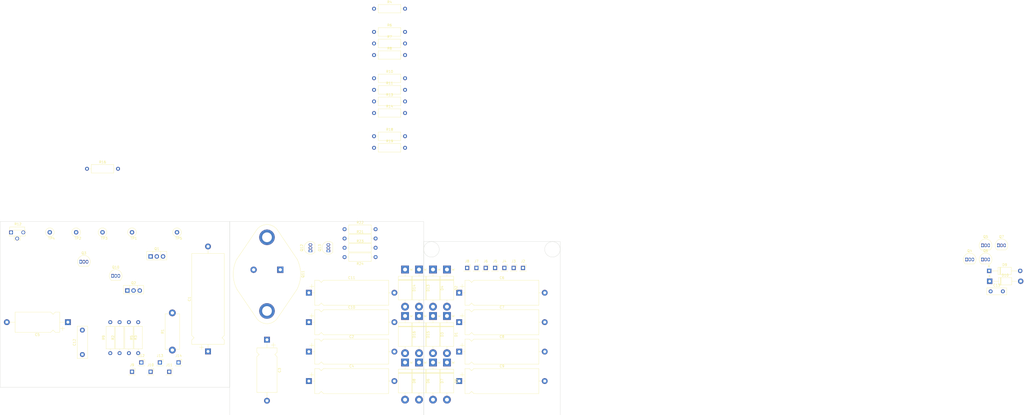
<source format=kicad_pcb>
(kicad_pcb (version 20221018) (generator pcbnew)
  (layers (0 "F.Cu" signal) (31 "B.Cu" signal) (34 "B.Paste" user) (35 "F.Paste" user) (36 "B.SilkS" user "B.Silkscreen") (37 "F.SilkS" user "F.Silkscreen") (38 "B.Mask" user) (39 "F.Mask" user) (44 "Edge.Cuts" user))
  (net 0 "")
  (net 1 "GND")
  (net 2 "Net-(D2-K)")
  (net 3 "GNDS")
  (net 4 "Net-(D6-K)")
  (net 5 "/+15V")
  (net 6 "Net-(D5-A)")
  (net 7 "/-15V")
  (net 8 "Net-(D13-K)")
  (net 9 "Net-(Q7-B)")
  (net 10 "Net-(D1-K)")
  (net 11 "Net-(D3-K)")
  (net 12 "Net-(D5-K)")
  (net 13 "Net-(D7-K)")
  (net 14 "Net-(D9-K)")
  (net 15 "Net-(D10-K)")
  (net 16 "Net-(D10-A)")
  (net 17 "Net-(D13-A)")
  (net 18 "Net-(D14-A)")
  (net 19 "/+200V")
  (net 20 "/+5V")
  (net 21 "Net-(Q1-C)")
  (net 22 "Net-(Q1-B)")
  (net 23 "Net-(Q2-B)")
  (net 24 "Net-(Q3-B)")
  (net 25 "Net-(Q3-C)")
  (net 26 "Net-(Q4-B)")
  (net 27 "Net-(Q5-B)")
  (net 28 "Net-(Q6-C)")
  (net 29 "Net-(Q11-B)")
  (net 30 "Net-(Q12-B)")
  (net 31 "Net-(Q13-B)")
  (net 32 "Net-(R11-Pad2)")
  (net 33 "Net-(R12-Pad1)")
  (net 34 "Net-(C12-Pad1)")
  (net 35 "Net-(Q10-E)")
  (net 36 "Net-(Q10-B)")
  (footprint "Connector_PinSocket_2.54mm:PinSocket_1x01_P2.54mm_Vertical" (layer "F.Cu") (at 240.03 92.075)
    (fp_text reference "J5" (at 0 -2.77) (layer "F.SilkS"))
    (fp_text value "Conn_01x01_Socket")
    (pad "1" thru_hole rect (at 0 0) (size 1.7 1.7) (drill 1) (layers "*.Cu" "*.Mask") (net 18 "Net-(D14-A)"))
  )
  (footprint "Capacitor_THT:CP_Axial_L30.0mm_D10.0mm_P35.00mm_Horizontal" (layer "F.Cu") (at 163.83 126.365)
    (fp_text reference "C2" (at 17.5 -6.12) (layer "F.SilkS"))
    (fp_text value "400uF")
    (pad "1" thru_hole rect (at 0 0) (size 2.4 2.4) (drill 1.2) (layers "*.Cu" "*.Mask") (net 4 "Net-(D6-K)"))
    (pad "2" thru_hole oval (at 35 0) (size 2.4 2.4) (drill 1.2) (layers "*.Cu" "*.Mask") (net 3 "GNDS"))
  )
  (footprint "Package_TO_SOT_THT:TO-92_Inline" (layer "F.Cu") (at 439.53 88.61)
    (fp_text reference "Q6" (at 1.27 -3.56) (layer "F.SilkS"))
    (fp_text value "2N3905")
    (pad "1" thru_hole rect (at 0 0) (size 1.05 1.5) (drill 0.75) (layers "*.Cu" "*.Mask") (net 3 "GNDS"))
    (pad "2" thru_hole oval (at 1.27 0) (size 1.05 1.5) (drill 0.75) (layers "*.Cu" "*.Mask") (net 16 "Net-(D10-A)"))
    (pad "3" thru_hole oval (at 2.54 0) (size 1.05 1.5) (drill 0.75) (layers "*.Cu" "*.Mask") (net 28 "Net-(Q6-C)"))
  )
  (footprint "Connector_PinSocket_2.54mm:PinSocket_1x01_P2.54mm_Vertical" (layer "F.Cu") (at 99.06 134.62)
    (fp_text reference "J10" (at 0 -2.77) (layer "F.SilkS"))
    (fp_text value "Conn_01x01_Socket")
    (pad "1" thru_hole rect (at 0 0) (size 1.7 1.7) (drill 1) (layers "*.Cu" "*.Mask") (net 1 "GND"))
  )
  (footprint "Resistor_THT:R_Axial_DIN0309_L9.0mm_D3.2mm_P12.70mm_Horizontal" (layer "F.Cu") (at 190.5 28.6)
    (fp_text reference "R14" (at 6.35 -2.72) (layer "F.SilkS"))
    (fp_text value "10.0K")
    (pad "1" thru_hole circle (at 0 0) (size 1.6 1.6) (drill 0.8) (layers "*.Cu" "*.Mask") (net 5 "/+15V"))
    (pad "2" thru_hole oval (at 12.7 0) (size 1.6 1.6) (drill 0.8) (layers "*.Cu" "*.Mask") (net 9 "Net-(Q7-B)"))
  )
  (footprint "Resistor_THT:R_Axial_DIN0309_L9.0mm_D3.2mm_P12.70mm_Horizontal" (layer "F.Cu") (at 93.98 127 90)
    (fp_text reference "R5" (at 6.35 -2.72 90) (layer "F.SilkS"))
    (fp_text value "1M")
    (pad "1" thru_hole circle (at 0 0 90) (size 1.6 1.6) (drill 0.8) (layers "*.Cu" "*.Mask") (net 19 "/+200V"))
    (pad "2" thru_hole oval (at 12.7 0 90) (size 1.6 1.6) (drill 0.8) (layers "*.Cu" "*.Mask") (net 34 "Net-(C12-Pad1)"))
  )
  (footprint "Package_TO_SOT_THT:TO-92_Inline" (layer "F.Cu") (at 446.04 82.82)
    (fp_text reference "Q7" (at 1.27 -3.56) (layer "F.SilkS"))
    (fp_text value "2N3905")
    (pad "1" thru_hole rect (at 0 0) (size 1.05 1.5) (drill 0.75) (layers "*.Cu" "*.Mask") (net 3 "GNDS"))
    (pad "2" thru_hole oval (at 1.27 0) (size 1.05 1.5) (drill 0.75) (layers "*.Cu" "*.Mask") (net 9 "Net-(Q7-B)"))
    (pad "3" thru_hole oval (at 2.54 0) (size 1.05 1.5) (drill 0.75) (layers "*.Cu" "*.Mask") (net 16 "Net-(D10-A)"))
  )
  (footprint "Diode_THT:D_DO-201AD_P15.24mm_Horizontal" (layer "F.Cu") (at 214.63 92.71 -90)
    (fp_text reference "D4" (at 7.62 -3.72 90) (layer "F.SilkS"))
    (fp_text value "1N5406")
    (fp_text user "K" (at 0 -2.6 90) (layer "F.SilkS"))
    (pad "1" thru_hole rect (at 0 0 270) (size 3.2 3.2) (drill 1.6) (layers "*.Cu" "*.Mask") (net 2 "Net-(D2-K)"))
    (pad "2" thru_hole oval (at 15.24 0 270) (size 3.2 3.2) (drill 1.6) (layers "*.Cu" "*.Mask") (net 11 "Net-(D3-K)"))
  )
  (footprint "Resistor_THT:R_Axial_DIN0309_L9.0mm_D3.2mm_P12.70mm_Horizontal" (layer "F.Cu") (at 178.435 80.01)
    (fp_text reference "R21" (at 6.35 -2.72) (layer "F.SilkS"))
    (fp_text value "4.7K")
    (pad "1" thru_hole circle (at 0 0) (size 1.6 1.6) (drill 0.8) (layers "*.Cu" "*.Mask") (net 30 "Net-(Q12-B)"))
    (pad "2" thru_hole oval (at 12.7 0) (size 1.6 1.6) (drill 0.8) (layers "*.Cu" "*.Mask") (net 5 "/+15V"))
  )
  (footprint "Package_TO_SOT_THT:TO-3" (layer "F.Cu") (at 152.134999 92.815001 -90)
    (fp_text reference "Q11" (at 1.8 -9.25 90) (layer "F.SilkS"))
    (fp_text value "2N3055")
    (pad "1" thru_hole rect (at 0 0 270) (size 2.6 2.6) (drill 1.3) (layers "*.Cu" "*.Mask") (net 29 "Net-(Q11-B)"))
    (pad "2" thru_hole circle (at 0 10.92 270) (size 2.6 2.6) (drill 1.3) (layers "*.Cu" "*.Mask") (net 20 "/+5V"))
    (pad "3" thru_hole circle (at -13.3 5.45 270) (size 6.35 6.35) (drill 4) (layers "*.Cu" "*.Mask") (net 8 "Net-(D13-K)"))
    (pad "3" thru_hole circle (at 16.9 5.45 270) (size 6.35 6.35) (drill 4) (layers "*.Cu" "*.Mask") (net 8 "Net-(D13-K)"))
  )
  (footprint "TestPoint:TestPoint_Loop_D3.50mm_Drill0.9mm_Beaded" (layer "F.Cu") (at 91.44 77.47)
    (fp_text reference "TP1" (at 0.7 2.5) (layer "F.SilkS"))
    (fp_text value "TestPoint")
    (pad "1" thru_hole circle (at 0 0) (size 1.8 1.8) (drill 0.9) (layers "*.Cu" "*.Mask") (net 19 "/+200V"))
  )
  (footprint "Diode_THT:D_DO-201AD_P15.24mm_Horizontal" (layer "F.Cu") (at 208.915 111.76 -90)
    (fp_text reference "D15" (at 7.62 -3.72 90) (layer "F.SilkS"))
    (fp_text value "1N5406")
    (fp_text user "K" (at 0 -2.6 90) (layer "F.SilkS"))
    (pad "1" thru_hole rect (at 0 0 270) (size 3.2 3.2) (drill 1.6) (layers "*.Cu" "*.Mask") (net 17 "Net-(D13-A)"))
    (pad "2" thru_hole oval (at 15.24 0 270) (size 3.2 3.2) (drill 1.6) (layers "*.Cu" "*.Mask") (net 1 "GND"))
  )
  (footprint "Resistor_THT:R_Axial_DIN0309_L9.0mm_D3.2mm_P12.70mm_Horizontal" (layer "F.Cu") (at 190.5 0.1)
    (fp_text reference "R7" (at 6.35 -2.72) (layer "F.SilkS"))
    (fp_text value "1M")
    (pad "1" thru_hole circle (at 0 0) (size 1.6 1.6) (drill 0.8) (layers "*.Cu" "*.Mask") (net 34 "Net-(C12-Pad1)"))
    (pad "2" thru_hole oval (at 12.7 0) (size 1.6 1.6) (drill 0.8) (layers "*.Cu" "*.Mask") (net 26 "Net-(Q4-B)"))
  )
  (footprint "Package_TO_SOT_THT:TO-92_Inline" (layer "F.Cu") (at 433.02 88.61)
    (fp_text reference "Q4" (at 1.27 -3.56) (layer "F.SilkS"))
    (fp_text value "2N3904")
    (pad "1" thru_hole rect (at 0 0) (size 1.05 1.5) (drill 0.75) (layers "*.Cu" "*.Mask") (net 24 "Net-(Q3-B)"))
    (pad "2" thru_hole oval (at 1.27 0) (size 1.05 1.5) (drill 0.75) (layers "*.Cu" "*.Mask") (net 26 "Net-(Q4-B)"))
    (pad "3" thru_hole oval (at 2.54 0) (size 1.05 1.5) (drill 0.75) (layers "*.Cu" "*.Mask") (net 25 "Net-(Q3-C)"))
  )
  (footprint "Resistor_THT:R_Axial_DIN0309_L9.0mm_D3.2mm_P12.70mm_Horizontal" (layer "F.Cu") (at 90.17 114.3 -90)
    (fp_text reference "R3" (at 6.35 -2.72 90) (layer "F.SilkS"))
    (fp_text value "182K")
    (pad "1" thru_hole circle (at 0 0 270) (size 1.6 1.6) (drill 0.8) (layers "*.Cu" "*.Mask") (net 23 "Net-(Q2-B)"))
    (pad "2" thru_hole oval (at 12.7 0 270) (size 1.6 1.6) (drill 0.8) (layers "*.Cu" "*.Mask") (net 19 "/+200V"))
  )
  (footprint "Connector_PinSocket_2.54mm:PinSocket_1x01_P2.54mm_Vertical" (layer "F.Cu") (at 91.44 134.62)
    (fp_text reference "J9" (at 0 -2.77) (layer "F.SilkS"))
    (fp_text value "Conn_01x01_Socket")
    (pad "1" thru_hole rect (at 0 0) (size 1.7 1.7) (drill 1) (layers "*.Cu" "*.Mask") (net 5 "/+15V"))
  )
  (footprint "Resistor_THT:R_Axial_DIN0309_L9.0mm_D3.2mm_P12.70mm_Horizontal" (layer "F.Cu") (at 190.5 -14.15)
    (fp_text reference "R4" (at 6.35 -2.72) (layer "F.SilkS"))
    (fp_text value "15.4K")
    (pad "1" thru_hole circle (at 0 0) (size 1.6 1.6) (drill 0.8) (layers "*.Cu" "*.Mask") (net 3 "GNDS"))
    (pad "2" thru_hole oval (at 12.7 0) (size 1.6 1.6) (drill 0.8) (layers "*.Cu" "*.Mask") (net 23 "Net-(Q2-B)"))
  )
  (footprint "Capacitor_THT:CP_Axial_L30.0mm_D10.0mm_P35.00mm_Horizontal" (layer "F.Cu") (at 225.35 138.43)
    (fp_text reference "C9" (at 17.5 -6.12) (layer "F.SilkS"))
    (fp_text value "1000uF")
    (pad "1" thru_hole rect (at 0 0) (size 2.4 2.4) (drill 1.2) (layers "*.Cu" "*.Mask") (net 8 "Net-(D13-K)"))
    (pad "2" thru_hole oval (at 35 0) (size 2.4 2.4) (drill 1.2) (layers "*.Cu" "*.Mask") (net 1 "GND"))
  )
  (footprint "Resistor_THT:R_Axial_DIN0614_L14.3mm_D5.7mm_P15.24mm_Horizontal" (layer "F.Cu") (at 107.95 125.73 90)
    (fp_text reference "R1" (at 7.62 -3.97 90) (layer "F.SilkS"))
    (fp_text value "510")
    (pad "1" thru_hole circle (at 0 0 90) (size 2.8 2.8) (drill 1.4) (layers "*.Cu" "*.Mask") (net 2 "Net-(D2-K)"))
    (pad "2" thru_hole oval (at 15.24 0 90) (size 2.8 2.8) (drill 1.4) (layers "*.Cu" "*.Mask") (net 21 "Net-(Q1-C)"))
  )
  (footprint "Connector_PinSocket_2.54mm:PinSocket_1x01_P2.54mm_Vertical" (layer "F.Cu") (at 247.65 92.075)
    (fp_text reference "J3" (at 0 -2.77) (layer "F.SilkS"))
    (fp_text value "Conn_01x01_Socket")
    (pad "1" thru_hole rect (at 0 0) (size 1.7 1.7) (drill 1) (layers "*.Cu" "*.Mask") (net 10 "Net-(D1-K)"))
  )
  (footprint "TestPoint:TestPoint_Loop_D3.50mm_Drill0.9mm_Beaded" (layer "F.Cu") (at 68.58 77.47)
    (fp_text reference "TP2" (at 0.7 2.5) (layer "F.SilkS"))
    (fp_text value "TestPoint")
    (pad "1" thru_hole circle (at 0 0) (size 1.8 1.8) (drill 0.9) (layers "*.Cu" "*.Mask") (net 5 "/+15V"))
  )
  (footprint "Resistor_THT:R_Axial_DIN0309_L9.0mm_D3.2mm_P12.70mm_Horizontal" (layer "F.Cu") (at 82.55 127 90)
    (fp_text reference "R9" (at 6.35 -2.72 90) (layer "F.SilkS"))
    (fp_text value "4.7K")
    (pad "1" thru_hole circle (at 0 0 90) (size 1.6 1.6) (drill 0.8) (layers "*.Cu" "*.Mask") (net 28 "Net-(Q6-C)"))
    (pad "2" thru_hole oval (at 12.7 0 90) (size 1.6 1.6) (drill 0.8) (layers "*.Cu" "*.Mask") (net 36 "Net-(Q10-B)"))
  )
  (footprint "Connector_PinSocket_2.54mm:PinSocket_1x01_P2.54mm_Vertical" (layer "F.Cu") (at 110.49 130.81)
    (fp_text reference "J14" (at 0 -2.77) (layer "F.SilkS"))
    (fp_text value "Conn_01x01_Socket")
    (pad "1" thru_hole rect (at 0 0) (size 1.7 1.7) (drill 1) (layers "*.Cu" "*.Mask") (net 20 "/+5V"))
  )
  (footprint "Connector_PinSocket_2.54mm:PinSocket_1x01_P2.54mm_Vertical" (layer "F.Cu") (at 228.6 92.075)
    (fp_text reference "J8" (at 0 -2.77) (layer "F.SilkS"))
    (fp_text value "Conn_01x01_Socket")
    (pad "1" thru_hole rect (at 0 0) (size 1.7 1.7) (drill 1) (layers "*.Cu" "*.Mask") (net 3 "GNDS"))
  )
  (footprint "Diode_THT:D_DO-201AD_P15.24mm_Horizontal" (layer "F.Cu") (at 220.345 130.81 -90)
    (fp_text reference "D5" (at 7.62 -3.72 90) (layer "F.SilkS"))
    (fp_text value "1N5406")
    (fp_text user "K" (at 0 -2.6 90) (layer "F.SilkS"))
    (pad "1" thru_hole rect (at 0 0 270) (size 3.2 3.2) (drill 1.6) (layers "*.Cu" "*.Mask") (net 12 "Net-(D5-K)"))
    (pad "2" thru_hole oval (at 15.24 0 270) (size 3.2 3.2) (drill 1.6) (layers "*.Cu" "*.Mask") (net 6 "Net-(D5-A)"))
  )
  (footprint "Capacitor_THT:CP_Axial_L30.0mm_D10.0mm_P35.00mm_Horizontal" (layer "F.Cu") (at 225.35 102.235)
    (fp_text reference "C6" (at 17.5 -6.12) (layer "F.SilkS"))
    (fp_text value "1000uF")
    (pad "1" thru_hole rect (at 0 0) (size 2.4 2.4) (drill 1.2) (layers "*.Cu" "*.Mask") (net 8 "Net-(D13-K)"))
    (pad "2" thru_hole oval (at 35 0) (size 2.4 2.4) (drill 1.2) (layers "*.Cu" "*.Mask") (net 1 "GND"))
  )
  (footprint "Capacitor_THT:CP_Axial_L30.0mm_D10.0mm_P35.00mm_Horizontal" (layer "F.Cu") (at 225.35 114.3)
    (fp_text reference "C7" (at 17.5 -6.12) (layer "F.SilkS"))
    (fp_text value "1000uF")
    (pad "1" thru_hole rect (at 0 0) (size 2.4 2.4) (drill 1.2) (layers "*.Cu" "*.Mask") (net 8 "Net-(D13-K)"))
    (pad "2" thru_hole oval (at 35 0) (size 2.4 2.4) (drill 1.2) (layers "*.Cu" "*.Mask") (net 1 "GND"))
  )
  (footprint "Connector_PinSocket_2.54mm:PinSocket_1x01_P2.54mm_Vertical" (layer "F.Cu") (at 95.25 130.81)
    (fp_text reference "J12" (at 0 -2.77) (layer "F.SilkS"))
    (fp_text value "Conn_01x01_Socket")
    (pad "1" thru_hole rect (at 0 0) (size 1.7 1.7) (drill 1) (layers "*.Cu" "*.Mask") (net 7 "/-15V"))
  )
  (footprint "TestPoint:TestPoint_Loop_D3.50mm_Drill0.9mm_Beaded" (layer "F.Cu") (at 109.855 77.47)
    (fp_text reference "TP5" (at 0.7 2.5) (layer "F.SilkS"))
    (fp_text value "TestPoint")
    (pad "1" thru_hole circle (at 0 0) (size 1.8 1.8) (drill 0.9) (layers "*.Cu" "*.Mask") (net 20 "/+5V"))
  )
  (footprint "Package_TO_SOT_THT:TO-92_Inline" (layer "F.Cu") (at 164.465 85.09 90)
    (fp_text reference "Q12" (at 1.27 -3.56 90) (layer "F.SilkS"))
    (fp_text value "2N3904")
    (pad "1" thru_hole rect (at 0 0 90) (size 1.05 1.5) (drill 0.75) (layers "*.Cu" "*.Mask") (net 29 "Net-(Q11-B)"))
    (pad "2" thru_hole oval (at 1.27 0 90) (size 1.05 1.5) (drill 0.75) (layers "*.Cu" "*.Mask") (net 30 "Net-(Q12-B)"))
    (pad "3" thru_hole oval (at 2.54 0 90) (size 1.05 1.5) (drill 0.75) (layers "*.Cu" "*.Mask") (net 8 "Net-(D13-K)"))
  )
  (footprint "Diode_THT:D_DO-41_SOD81_P12.70mm_Horizontal" (layer "F.Cu") (at 442.46 97.52)
    (fp_text reference "D10" (at 6.35 -2.47) (layer "F.SilkS"))
    (fp_text value "1N4001")
    (fp_text user "K" (at 0 -2.1) (layer "F.SilkS"))
    (pad "1" thru_hole rect (at 0 0) (size 2.2 2.2) (drill 1.1) (layers "*.Cu" "*.Mask") (net 15 "Net-(D10-K)"))
    (pad "2" thru_hole oval (at 12.7 0) (size 2.2 2.2) (drill 1.1) (layers "*.Cu" "*.Mask") (net 16 "Net-(D10-A)"))
  )
  (footprint "Connector_PinSocket_2.54mm:PinSocket_1x01_P2.54mm_Vertical" (layer "F.Cu") (at 232.41 92.075)
    (fp_text reference "J7" (at 0 -2.77) (layer "F.SilkS"))
    (fp_text value "Conn_01x01_Socket")
    (pad "1" thru_hole rect (at 0 0) (size 1.7 1.7) (drill 1) (layers "*.Cu" "*.Mask") (net 12 "Net-(D5-K)"))
  )
  (footprint "Capacitor_THT:CP_Axial_L18.0mm_D8.0mm_P25.00mm_Horizontal" (layer "F.Cu") (at 146.685 121.485 -90)
    (fp_text reference "C3" (at 12.5 -5.12 90) (layer "F.SilkS"))
    (fp_text value "125uF")
    (pad "1" thru_hole rect (at 0 0 270) (size 2.4 2.4) (drill 1.2) (layers "*.Cu" "*.Mask") (net 5 "/+15V"))
    (pad "2" thru_hole oval (at 25 0 270) (size 2.4 2.4) (drill 1.2) (layers "*.Cu" "*.Mask") (net 3 "GNDS"))
  )
  (footprint "Capacitor_THT:CP_Axial_L18.0mm_D8.0mm_P25.00mm_Horizontal" (layer "F.Cu") (at 65.205 114.3 180)
    (fp_text reference "C5" (at 12.5 -5.12) (layer "F.SilkS"))
    (fp_text value "125uF")
    (pad "1" thru_hole rect (at 0 0 180) (size 2.4 2.4) (drill 1.2) (layers "*.Cu" "*.Mask") (net 3 "GNDS"))
    (pad "2" thru_hole oval (at 25 0 180) (size 2.4 2.4) (drill 1.2) (layers "*.Cu" "*.Mask") (net 7 "/-15V"))
  )
  (footprint "Resistor_THT:R_Axial_DIN0309_L9.0mm_D3.2mm_P12.70mm_Horizontal" (layer "F.Cu") (at 190.5 38.1)
    (fp_text reference "R18" (at 6.35 -2.72) (layer "F.SilkS"))
    (fp_text value "9.09K")
    (pad "1" thru_hole circle (at 0 0) (size 1.6 1.6) (drill 0.8) (layers "*.Cu" "*.Mask") (net 7 "/-15V"))
    (pad "2" thru_hole oval (at 12.7 0) (size 1.6 1.6) (drill 0.8) (layers "*.Cu" "*.Mask") (net 9 "Net-(Q7-B)"))
  )
  (footprint "Diode_THT:D_DO-201AD_P15.24mm_Horizontal" (layer "F.Cu") (at 214.63 130.81 -90)
    (fp_text reference "D7" (at 7.62 -3.72 90) (layer "F.SilkS"))
    (fp_text value "1N5406")
    (fp_text user "K" (at 0 -2.6 90) (layer "F.SilkS"))
    (pad "1" thru_hole rect (at 0 0 270) (size 3.2 3.2) (drill 1.6) (layers "*.Cu" "*.Mask") (net 13 "Net-(D7-K)"))
    (pad "2" thru_hole oval (at 15.24 0 270) (size 3.2 3.2) (drill 1.6) (layers "*.Cu" "*.Mask") (net 6 "Net-(D5-A)"))
  )
  (footprint "Package_TO_SOT_THT:TO-92_Inline" (layer "F.Cu") (at 171.81 85.09 90)
    (fp_text reference "Q13" (at 1.27 -3.56 90) (layer "F.SilkS"))
    (fp_text value "2N3904")
    (pad "1" thru_hole rect (at 0 0 90) (size 1.05 1.5) (drill 0.75) (layers "*.Cu" "*.Mask") (net 1 "GND"))
    (pad "2" thru_hole oval (at 1.27 0 90) (size 1.05 1.5) (drill 0.75) (layers "*.Cu" "*.Mask") (net 31 "Net-(Q13-B)"))
    (pad "3" thru_hole oval (at 2.54 0 90) (size 1.05 1.5) (drill 0.75) (layers "*.Cu" "*.Mask") (net 30 "Net-(Q12-B)"))
  )
  (footprint "Package_TO_SOT_THT:TO-126-3_Vertical" (layer "F.Cu") (at 89.535 101.34)
    (fp_text reference "Q2" (at 2.54 -3.12) (layer "F.SilkS"))
    (fp_text value "BF459")
    (pad "1" thru_hole rect (at 0 0) (size 1.8 1.8) (drill 1) (layers "*.Cu" "*.Mask") (net 5 "/+15V"))
    (pad "2" thru_hole oval (at 2.54 0) (size 1.8 1.8) (drill 1) (layers "*.Cu" "*.Mask") (net 22 "Net-(Q1-B)"))
    (pad "3" thru_hole oval (at 5.08 0) (size 1.8 1.8) (drill 1) (layers "*.Cu" "*.Mask") (net 23 "Net-(Q2-B)"))
  )
  (footprint "Capacitor_THT:CP_Axial_L37.0mm_D13.0mm_P43.00mm_Horizontal" (layer "F.Cu") (at 122.555 126.275 90)
    (fp_text reference "C1" (at 21.5 -7.62 90) (layer "F.SilkS"))
    (fp_text value "8uF")
    (pad "1" thru_hole rect (at 0 0 90) (size 2.4 2.4) (drill 1.2) (layers "*.Cu" "*.Mask") (net 2 "Net-(D2-K)"))
    (pad "2" thru_hole oval (at 43 0 90) (size 2.4 2.4) (drill 1.2) (layers "*.Cu" "*.Mask") (net 1 "GND"))
  )
  (footprint "Diode_THT:D_DO-201AD_P15.24mm_Horizontal" (layer "F.Cu") (at 220.345 92.71 -90)
    (fp_text reference "D2" (at 7.62 -3.72 90) (layer "F.SilkS"))
    (fp_text value "1N5406")
    (fp_text user "K" (at 0 -2.6 90) (layer "F.SilkS"))
    (pad "1" thru_hole rect (at 0 0 270) (size 3.2 3.2) (drill 1.6) (layers "*.Cu" "*.Mask") (net 2 "Net-(D2-K)"))
    (pad "2" thru_hole oval (at 15.24 0 270) (size 3.2 3.2) (drill 1.6) (layers "*.Cu" "*.Mask") (net 10 "Net-(D1-K)"))
  )
  (footprint "Capacitor_THT:CP_Axial_L30.0mm_D10.0mm_P35.00mm_Horizontal" (layer "F.Cu") (at 163.83 114.3)
    (fp_text reference "C10" (at 17.5 -6.12) (layer "F.SilkS"))
    (fp_text value "1000uF")
    (pad "1" thru_hole rect (at 0 0) (size 2.4 2.4) (drill 1.2) (layers "*.Cu" "*.Mask") (net 8 "Net-(D13-K)"))
    (pad "2" thru_hole oval (at 35 0) (size 2.4 2.4) (drill 1.2) (layers "*.Cu" "*.Mask") (net 1 "GND"))
  )
  (footprint "Connector_PinSocket_2.54mm:PinSocket_1x01_P2.54mm_Vertical" (layer "F.Cu") (at 236.22 92.075)
    (fp_text reference "J6" (at 0 -2.77) (layer "F.SilkS"))
    (fp_text value "Conn_01x01_Socket")
    (pad "1" thru_hole rect (at 0 0) (size 1.7 1.7) (drill 1) (layers "*.Cu" "*.Mask") (net 13 "Net-(D7-K)"))
  )
  (footprint "Resistor_THT:R_Axial_DIN0309_L9.0mm_D3.2mm_P12.70mm_Horizontal" (layer "F.Cu") (at 190.5 4.85)
    (fp_text reference "R8" (at 6.35 -2.72) (layer "F.SilkS"))
    (fp_text value "470K")
    (pad "1" thru_hole circle (at 0 0) (size 1.6 1.6) (drill 0.8) (layers "*.Cu" "*.Mask") (net 16 "Net-(D10-A)"))
    (pad "2" thru_hole oval (at 12.7 0) (size 1.6 1.6) (drill 0.8) (layers "*.Cu" "*.Mask") (net 35 "Net-(Q10-E)"))
  )
  (footprint "Potentiometer_THT:Potentiometer_Runtron_RM-063_Horizontal" (layer "F.Cu") (at 41.95 77.515)
    (fp_text reference "R12" (at 2.8 -3.4) (layer "F.SilkS"))
    (fp_text value "10K")
    (pad "1" thru_hole rect (at 0 0) (size 1.55 1.55) (drill 1) (layers "*.Cu" "*.Mask") (net 33 "Net-(R12-Pad1)"))
    (pad "2" thru_hole circle (at 2.5 2.5) (size 1.55 1.55) (drill 1) (layers "*.Cu" "*.Mask") (net 27 "Net-(Q5-B)"))
    (pad "3" thru_hole circle (at 5 0) (size 1.55 1.55) (drill 1) (layers "*.Cu" "*.Mask") (net 32 "Net-(R11-Pad2)"))
  )
  (footprint "Resistor_THT:R_Axial_DIN0309_L9.0mm_D3.2mm_P12.70mm_Horizontal" (layer "F.Cu") (at 191.135 87.63 180)
    (fp_text reference "R24" (at 6.35 -2.72) (layer "F.SilkS"))
    (fp_text value "33.2K")
    (pad "1" thru_hole circle (at 0 0 180) (size 1.6 1.6) (drill 0.8) (layers "*.Cu" "*.Mask") (net 7 "/-15V"))
    (pad "2" thru_hole oval (at 12.7 0 180) (size 1.6 1.6) (drill 0.8) (layers "*.Cu" "*.Mask") (net 31 "Net-(Q13-B)"))
  )
  (footprint "Capacitor_THT:C_Disc_D8.0mm_W2.5mm_P5.00mm" (layer "F.Cu") (at 442.86 101.67)
    (fp_text reference "C13" (at 2.5 -2.5) (layer "F.SilkS"))
    (fp_text value "0.01uF")
    (pad "1" thru_hole circle (at 0 0) (size 1.6 1.6) (drill 0.8) (layers "*.Cu" "*.Mask") (net 9 "Net-(Q7-B)"))
    (pad "2" thru_hole circle (at 5 0) (size 1.6 1.6) (drill 0.8) (layers "*.Cu" "*.Mask") (net 7 "/-15V"))
  )
  (footprint "Resistor_THT:R_Axial_DIN0309_L9.0mm_D3.2mm_P12.70mm_Horizontal" (layer "F.Cu") (at 86.36 127 90)
    (fp_text reference "R2" (at 6.35 -2.72 90) (layer "F.SilkS"))
    (fp_text value "33K")
    (pad "1" thru_hole circle (at 0 0 90) (size 1.6 1.6) (drill 0.8) (layers "*.Cu" "*.Mask") (net 2 "Net-(D2-K)"))
    (pad "2" thru_hole oval (at 12.7 0 90) (size 1.6 1.6) (drill 0.8) (layers "*.Cu" "*.Mask") (net 22 "Net-(Q1-B)"))
  )
  (footprint "Diode_THT:D_DO-201AD_P15.24mm_Horizontal" (layer "F.Cu") (at 214.63 111.76 -90)
    (fp_text reference "D3" (at 7.62 -3.72 90) (layer "F.SilkS"))
    (fp_text value "1N5406")
    (fp_text user "K" (at 0 -2.6 90) (layer "F.SilkS"))
    (pad "1" thru_hole rect (at 0 0 270) (size 3.2 3.2) (drill 1.6) (layers "*.Cu" "*.Mask") (net 11 "Net-(D3-K)"))
    (pad "2" thru_hole oval (at 15.24 0 270) (size 3.2 3.2) (drill 1.6) (layers "*.Cu" "*.Mask") (net 1 "GND"))
  )
  (footprint "Resistor_THT:R_Axial_DIN0309_L9.0mm_D3.2mm_P12.70mm_Horizontal" (layer "F.Cu") (at 178.435 76.2)
    (fp_text reference "R22" (at 6.35 -2.72) (layer "F.SilkS"))
    (fp_text value "5.6K")
    (pad "1" thru_hole circle (at 0 0) (size 1.6 1.6) (drill 0.8) (layers "*.Cu" "*.Mask") (net 29 "Net-(Q11-B)"))
    (pad "2" thru_hole oval (at 12.7 0) (size 1.6 1.6) (drill 0.8) (layers "*.Cu" "*.Mask") (net 20 "/+5V"))
  )
  (footprint "Resistor_THT:R_Axial_DIN0309_L9.0mm_D3.2mm_P12.70mm_Horizontal" (layer "F.Cu") (at 190.5 14.35)
    (fp_text reference "R10" (at 6.35 -2.72) (layer "F.SilkS"))
    (fp_text value "5.1K")
    (pad "1" thru_hole circle (at 0 0) (size 1.6 1.6) (drill 0.8) (layers "*.Cu" "*.Mask") (net 5 "/+15V"))
    (pad "2" thru_hole oval (at 12.7 0) (size 1.6 1.6) (drill 0.8) (layers "*.Cu" "*.Mask") (net 14 "Net-(D9-K)"))
  )
  (footprint "Connector_PinSocket_2.54mm:PinSocket_1x01_P2.54mm_Vertical" (layer "F.Cu") (at 106.68 134.62)
    (fp_text reference "J11" (at 0 -2.77) (layer "F.SilkS"))
    (fp_text value "Conn_01x01_Socket")
    (pad "1" thru_hole rect (at 0 0) (size 1.7 1.7) (drill 1) (layers "*.Cu" "*.Mask") (net 19 "/+200V"))
  )
  (footprint "Diode_THT:D_DO-201AD_P15.24mm_Horizontal" (layer "F.Cu") (at 208.915 130.81 -90)
    (fp_text reference "D6" (at 7.62 -3.72 90) (layer "F.SilkS"))
    (fp_text value "1N5406")
    (fp_text user "K" (at 0 -2.6 90) (layer "F.SilkS"))
    (pad "1" thru_hole rect (at 0 0 270) (size 3.2 3.2) (drill 1.6) (layers "*.Cu" "*.Mask") (net 4 "Net-(D6-K)"))
    (pad "2" thru_hole oval (at 15.24 0 270) (size 3.2 3.2) (drill 1.6) (layers "*.Cu" "*.Mask") (net 12 "Net-(D5-K)"))
  )
  (footprint "Resistor_THT:R_Axial_DIN0309_L9.0mm_D3.2mm_P12.70mm_Horizontal" (layer "F.Cu") (at 190.5 42.85)
    (fp_text reference "R19" (at 6.35 -2.72) (layer "F.SilkS"))
    (fp_text value "33K")
    (pad "1" thru_hole circle (at 0 0) (size 1.6 1.6) (drill 0.8) (layers "*.Cu" "*.Mask") (net 7 "/-15V"))
    (pad "2" thru_hole oval (at 12.7 0) (size 1.6 1.6) (drill 0.8) (layers "*.Cu" "*.Mask") (net 15 "Net-(D10-K)"))
  )
  (footprint "Resistor_THT:R_Axial_DIN0309_L9.0mm_D3.2mm_P12.70mm_Horizontal" (layer "F.Cu") (at 190.5 -4.65)
    (fp_text reference "R6" (at 6.35 -2.72) (layer "F.SilkS"))
    (fp_text value "33")
    (pad "1" thru_hole circle (at 0 0) (size 1.6 1.6) (drill 0.8) (layers "*.Cu" "*.Mask") (net 4 "Net-(D6-K)"))
    (pad "2" thru_hole oval (at 12.7 0) (size 1.6 1.6) (drill 0.8) (layers "*.Cu" "*.Mask") (net 25 "Net-(Q3-C)"))
  )
  (footprint "TestPoint:TestPoint_Loop_D3.50mm_Drill0.9mm_Beaded" (layer "F.Cu") (at 57.785 77.47)
    (fp_text reference "TP4" (at 0.7 2.5) (layer "F.SilkS"))
    (fp_text value "TestPoint")
    (pad "1" thru_hole circle (at 0 0) (size 1.8 1.8) (drill 0.9) (layers "*.Cu" "*.Mask") (net 7 "/-15V"))
  )
  (footprint "Package_TO_SOT_THT:TO-92_Inline" (layer "F.Cu") (at 83.505 95.325)
    (fp_text reference "Q10" (at 1.27 -3.56) (layer "F.SilkS"))
    (fp_text value "2N3904")
    (pad "1" thru_hole rect (at 0 0) (size 1.05 1.5) (drill 0.75) (layers "*.Cu" "*.Mask") (net 35 "Net-(Q10-E)"))
    (pad "2" thru_hole oval (at 1.27 0) (size 1.05 1.5) (drill 0.75) (layers "*.Cu" "*.Mask") (net 36 "Net-(Q10-B)"))
    (pad "3" thru_hole oval (at 2.54 0) (size 1.05 1.5) (drill 0.75) (layers "*.Cu" "*.Mask") (net 7 "/-15V"))
  )
  (footprint "Diode_THT:D_DO-201AD_P15.24mm_Horizontal" (layer "F.Cu") (at 208.915 92.71 -90)
    (fp_text reference "D13" (at 7.62 -3.72 90) (layer "F.SilkS"))
    (fp_text value "1N5406")
    (fp_text user "K" (at 0 -2.6 90) (layer "F.SilkS"))
    (pad "1" thru_hole rect (at 0 0 270) (size 3.2 3.2) (drill 1.6) (layers "*.Cu" "*.Mask") (net 8 "Net-(D13-K)"))
    (pad "2" thru_hole oval (at 15.24 0 270) (size 3.2 3.2) (drill 1.6) (layers "*.Cu" "*.Mask") (net 17 "Net-(D13-A)"))
  )
  (footprint "Package_TO_SOT_THT:TO-92_Inline" (layer "F.Cu") (at 439.53 82.82)
    (fp_text reference "Q5" (at 1.27 -3.56) (layer "F.SilkS"))
    (fp_text value "2N3904")
    (pad "1" thru_hole rect (at 0 0) (size 1.05 1.5) (drill 0.75) (layers "*.Cu" "*.Mask") (net 14 "Net-(D9-K)"))
    (pad "2" thru_hole oval (at 1.27 0) (size 1.05 1.5) (drill 0.75) (layers "*.Cu" "*.Mask") (net 27 "Net-(Q5-B)"))
    (pad "3" thru_hole oval (at 2.54 0) (size 1.05 1.5) (drill 0.75) (layers "*.Cu" "*.Mask") (net 26 "Net-(Q4-B)"))
  )
  (footprint "Capacitor_THT:CP_Axial_L30.0mm_D10.0mm_P35.00mm_Horizontal" (layer "F.Cu") (at 163.83 102.235)
    (fp_text reference "C11" (at 17.5 -6.12) (layer "F.SilkS"))
    (fp_text value "1000uF")
    (pad "1" thru_hole rect (at 0 0) (size 2.4 2.4) (drill 1.2) (layers "*.Cu" "*.Mask") (net 8 "Net-(D13-K)"))
    (pad "2" thru_hole oval (at 35 0) (size 2.4 2.4) (drill 1.2) (layers "*.Cu" "*.Mask") (net 1 "GND"))
  )
  (footprint "Resistor_THT:R_Axial_DIN0309_L9.0mm_D3.2mm_P12.70mm_Horizontal" (layer "F.Cu") (at 190.5 23.85)
    (fp_text reference "R13" (at 6.35 -2.72) (layer "F.SilkS"))
    (fp_text value "59.0K")
    (pad "1" thru_hole circle (at 0 0) (size 1.6 1.6) (drill 0.8) (layers "*.Cu" "*.Mask") (net 33 "Net-(R12-Pad1)"))
    (pad "2" thru_hole oval (at 12.7 0) (size 1.6 1.6) (drill 0.8) (layers "*.Cu" "*.Mask") (net 3 "GNDS"))
  )
  (footprint "Diode_THT:D_DO-201AD_P15.24mm_Horizontal" (layer "F.Cu") (at 203.2 92.71 -90)
    (fp_text reference "D14" (at 7.62 -3.72 90) (layer "F.SilkS"))
    (fp_text value "1N5406")
    (fp_text user "K" (at 0 -2.6 90) (layer "F.SilkS"))
    (pad "1" thru_hole rect (at 0 0 270) (size 3.2 3.2) (drill 1.6) (layers "*.Cu" "*.Mask") (net 8 "Net-(D13-K)"))
    (pad "2" thru_hole oval (at 15.24 0 270) (size 3.2 3.2) (drill 1.6) (layers "*.Cu" "*.Mask") (net 18 "Net-(D14-A)"))
  )
  (footprint "Connector_PinSocket_2.54mm:PinSocket_1x01_P2.54mm_Vertical" (layer "F.Cu") (at 243.84 92.075)
    (fp_text reference "J4" (at 0 -2.77) (layer "F.SilkS"))
    (fp_text value "Conn_01x01_Socket")
    (pad "1" thru_hole rect (at 0 0) (size 1.7 1.7) (drill 1) (layers "*.Cu" "*.Mask") (net 17 "Net-(D13-A)"))
  )
  (footprint "Resistor_THT:R_Axial_DIN0309_L9.0mm_D3.2mm_P12.70mm_Horizontal" (layer "F.Cu") (at 73.025 51.435)
    (fp_text reference "R16" (at 6.35 -2.72) (layer "F.SilkS"))
    (fp_text value "33")
    (pad "1" thru_hole circle (at 0 0) (size 1.6 1.6) (drill 0.8) (layers "*.Cu" "*.Mask") (net 6 "Net-(D5-A)"))
    (pad "2" thru_hole oval (at 12.7 0) (size 1.6 1.6) (drill 0.8) (layers "*.Cu" "*.Mask") (net 35 "Net-(Q10-E)"))
  )
  (footprint "Diode_THT:D_A-405_P12.70mm_Horizontal" (layer "F.Cu") (at 442.26 93.27)
    (fp_text reference "D9" (at 6.35 -2.47) (layer "F.SilkS"))
    (fp_text value "D_Zener")
    (fp_text user "K" (at 0 -1.9) (layer "F.SilkS"))
    (pad "1" thru_hole rect (at 0 0) (size 1.8 1.8) (drill 0.9) (layers "*.Cu" "*.Mask") (net 14 "Net-(D9-K)"))
    (pad "2" thru_hole oval (at 12.7 0) (size 1.8 1.8) (drill 0.9) (layers "*.Cu" "*.Mask") (net 3 "GNDS"))
  )
  (footprint "Capacitor_THT:C_Rect_L13.0mm_W4.0mm_P10.00mm_FKS3_FKP3_MKS4" (layer "F.Cu") (at 71.12 127.555 90)
    (fp_text reference "C12" (at 5 -3.25 90) (layer "F.SilkS"))
    (fp_text value "0.047uF")
    (pad "1" thru_hole circle (at 0 0 90) (size 2 2) (drill 1) (layers "*.Cu" "*.Mask") (net 34 "Net-(C12-Pad1)"))
    (pad "2" thru_hole circle (at 10 0 90) (size 2 2) (drill 1) (layers "*.Cu" "*.Mask") (net 3 "GNDS"))
  )
  (footprint "Capacitor_THT:CP_Axial_L30.0mm_D10.0mm_P35.00mm_Horizontal" (layer "F.Cu") (at 163.83 138.43)
    (fp_text reference "C4" (at 17.5 -6.12) (layer "F.SilkS"))
    (fp_text value "400uF")
    (pad "1" thru_hole rect (at 0 0) (size 2.4 2.4) (drill 1.2) (layers "*.Cu" "*.Mask") (net 3 "GNDS"))
    (pad "2" thru_hole oval (at 35 0) (size 2.4 2.4) (drill 1.2) (layers "*.Cu" "*.Mask") (net 6 "Net-(D5-A)"))
  )
  (footprint "Capacitor_THT:CP_Axial_L30.0mm_D10.0mm_P35.00mm_Horizontal" (layer "F.Cu") (at 225.35 126.365)
    (fp_text reference "C8" (at 17.5 -6.12) (layer "F.SilkS"))
    (fp_text value "1000uF")
    (pad "1" thru_hole rect (at 0 0) (size 2.4 2.4) (drill 1.2) (layers "*.Cu" "*.Mask") (net 8 "Net-(D13-K)"))
    (pad "2" thru_hole oval (at 35 0) (size 2.4 2.4) (drill 1.2) (layers "*.Cu" "*.Mask") (net 1 "GND"))
  )
  (footprint "Package_TO_SOT_THT:TO-126-3_Vertical" (layer "F.Cu") (at 99.06 87.37)
    (fp_text reference "Q1" (at 2.54 -3.12) (layer "F.SilkS"))
    (fp_text value "BF459")
    (pad "1" thru_hole rect (at 0 0) (size 1.8 1.8) (drill 1) (layers "*.Cu" "*.Mask") (net 19 "/+200V"))
    (pad "2" thru_hole oval (at 2.54 0) (size 1.8 1.8) (drill 1) (layers "*.Cu" "*.Mask") (net 21 "Net-(Q1-C)"))
    (pad "3" thru_hole oval (at 5.08 0) (size 1.8 1.8) (drill 1) (layers "*.Cu" "*.Mask") (net 22 "Net-(Q1-B)"))
  )
  (footprint "Diode_THT:D_DO-201AD_P15.24mm_Horizontal" (layer "F.Cu") (at 203.2 130.81 -90)
    (fp_text reference "D8" (at 7.62 -3.72 90) (layer "F.SilkS"))
    (fp_text value "1N5406")
    (fp_text user "K" (at 0 -2.6 90) (layer "F.SilkS"))
    (pad "1" thru_hole rect (at 0 0 270) (size 3.2 3.2) (drill 1.6) (layers "*.Cu" "*.Mask") (net 4 "Net-(D6-K)"))
    (pad "2" thru_hole oval (at 15.24 0 270) (size 3.2 3.2) (drill 1.6) (layers "*.Cu" "*.Mask") (net 13 "Net-(D7-K)"))
  )
  (footprint "Resistor_THT:R_Axial_DIN0309_L9.0mm_D3.2mm_P12.70mm_Horizontal" (layer "F.Cu") (at 178.435 83.82)
    (fp_text reference "R23" (at 6.35 -2.72) (layer "F.SilkS"))
    (fp_text value "10K")
    (pad "1" thru_hole circle (at 0 0) (size 1.6 1.6) (drill 0.8) (layers "*.Cu" "*.Mask") (net 31 "Net-(Q13-B)"))
    (pad "2" thru_hole oval (at 12.7 0) (size 1.6 1.6) (drill 0.8) (layers "*.Cu" "*.Mask") (net 20 "/+5V"))
  )
  (footprint "Connector_PinSocket_2.54mm:PinSocket_1x01_P2.54mm_Vertical" (layer "F.Cu") (at 251.46 92.075)
    (fp_text reference "J2" (at 0 -2.77) (layer "F.SilkS"))
    (fp_text value "Conn_01x01_Socket")
    (pad "1" thru_hole rect (at 0 0) (size 1.7 1.7) (drill 1) (layers "*.Cu" "*.Mask") (net 11 "Net-(D3-K)"))
  )
  (footprint "Connector_PinSocket_2.54mm:PinSocket_1x01_P2.54mm_Vertical" (layer "F.Cu") (at 102.87 130.81)
    (fp_text reference "J13" (at 0 -2.77) (layer "F.SilkS"))
    (fp_text value "Conn_01x01_Socket")
    (pad "1" thru_hole rect (at 0 0) (size 1.7 1.7) (drill 1) (layers "*.Cu" "*.Mask") (net 3 "GNDS"))
  )
  (footprint "Diode_THT:D_DO-201AD_P15.24mm_Horizontal" (layer "F.Cu") (at 220.345 111.76 -90)
    (fp_text reference "D1" (at 7.62 -3.72 90) (layer "F.SilkS"))
    (fp_text value "1N5406")
    (fp_text user "K" (at 0 -2.6 90) (layer "F.SilkS"))
    (pad "1" thru_hole rect (at 0 0 270) (size 3.2 3.2) (drill 1.6) (layers "*.Cu" "*.Mask") (net 10 "Net-(D1-K)"))
    (pad "2" thru_hole oval (at 15.24 0 270) (size 3.2 3.2) (drill 1.6) (layers "*.Cu" "*.Mask") (net 1 "GND"))
  )
  (footprint "Resistor_THT:R_Axial_DIN0309_L9.0mm_D3.2mm_P12.70mm_Horizontal" (layer "F.Cu") (at 190.5 19.1)
    (fp_text reference "R11" (at 6.35 -2.72) (layer "F.SilkS"))
    (fp_text value "78.7K")
    (pad "1" thru_hole circle (at 0 0) (size 1.6 1.6) (drill 0.8) (layers "*.Cu" "*.Mask") (net 5 "/+15V"))
    (pad "2" thru_hole oval (at 12.7 0) (size 1.6 1.6) (drill 0.8) (layers "*.Cu" "*.Mask") (net 32 "Net-(R11-Pad2)"))
  )
  (footprint "Package_TO_SOT_THT:TO-92_Inline" (layer "F.Cu") (at 70.485 89.535)
    (fp_text reference "Q3" (at 1.27 -3.56) (layer "F.SilkS"))
    (fp_text value "2N3904")
    (pad "1" thru_hole rect (at 0 0) (size 1.05 1.5) (drill 0.75) (layers "*.Cu" "*.Mask") (net 5 "/+15V"))
    (pad "2" thru_hole oval (at 1.27 0) (size 1.05 1.5) (drill 0.75) (layers "*.Cu" "*.Mask") (net 24 "Net-(Q3-B)"))
    (pad "3" thru_hole oval (at 2.54 0) (size 1.05 1.5) (drill 0.75) (layers "*.Cu" "*.Mask") (net 25 "Net-(Q3-C)"))
  )
  (footprint "Diode_THT:D_DO-201AD_P15.24mm_Horizontal" (layer "F.Cu") (at 203.2 111.76 -90)
    (fp_text reference "D16" (at 7.62 -3.72 90) (layer "F.SilkS"))
    (fp_text value "1N5406")
    (fp_text user "K" (at 0 -2.6 90) (layer "F.SilkS"))
    (pad "1" thru_hole rect (at 0 0 270) (size 3.2 3.2) (drill 1.6) (layers "*.Cu" "*.Mask") (net 18 "Net-(D14-A)"))
    (pad "2" thru_hole oval (at 15.24 0 270) (size 3.2 3.2) (drill 1.6) (layers "*.Cu" "*.Mask") (net 1 "GND"))
  )
  (footprint "TestPoint:TestPoint_Loop_D3.50mm_Drill0.9mm_Beaded" (layer "F.Cu") (at 79.375 77.47)
    (fp_text reference "TP3" (at 0.7 2.5) (layer "F.SilkS"))
    (fp_text value "TestPoint")
    (pad "1" thru_hole circle (at 0 0) (size 1.8 1.8) (drill 0.9) (layers "*.Cu" "*.Mask") (net 3 "GNDS"))
  )
  (gr_rect (start 37.465 73.025) (end 131.445 140.97) (stroke (width 0.1)) (fill none) (layer "Edge.Cuts"))
  (gr_rect (start 210.82 81.28) (end 266.7 152.4) (stroke (width 0.1)) (fill none) (layer "Edge.Cuts"))
  (gr_circle (center 263.525 84.455) (end 260.35 84.455) (stroke (width 0.1)) (fill none) (layer "Edge.Cuts"))
  (gr_rect (start 131.445 73.025) (end 210.82 152.4) (stroke (width 0.1)) (fill none) (layer "Edge.Cuts"))
  (gr_circle (center 213.995 84.455) (end 210.82 84.455) (stroke (width 0.1)) (fill none) (layer "Edge.Cuts"))
)
</source>
